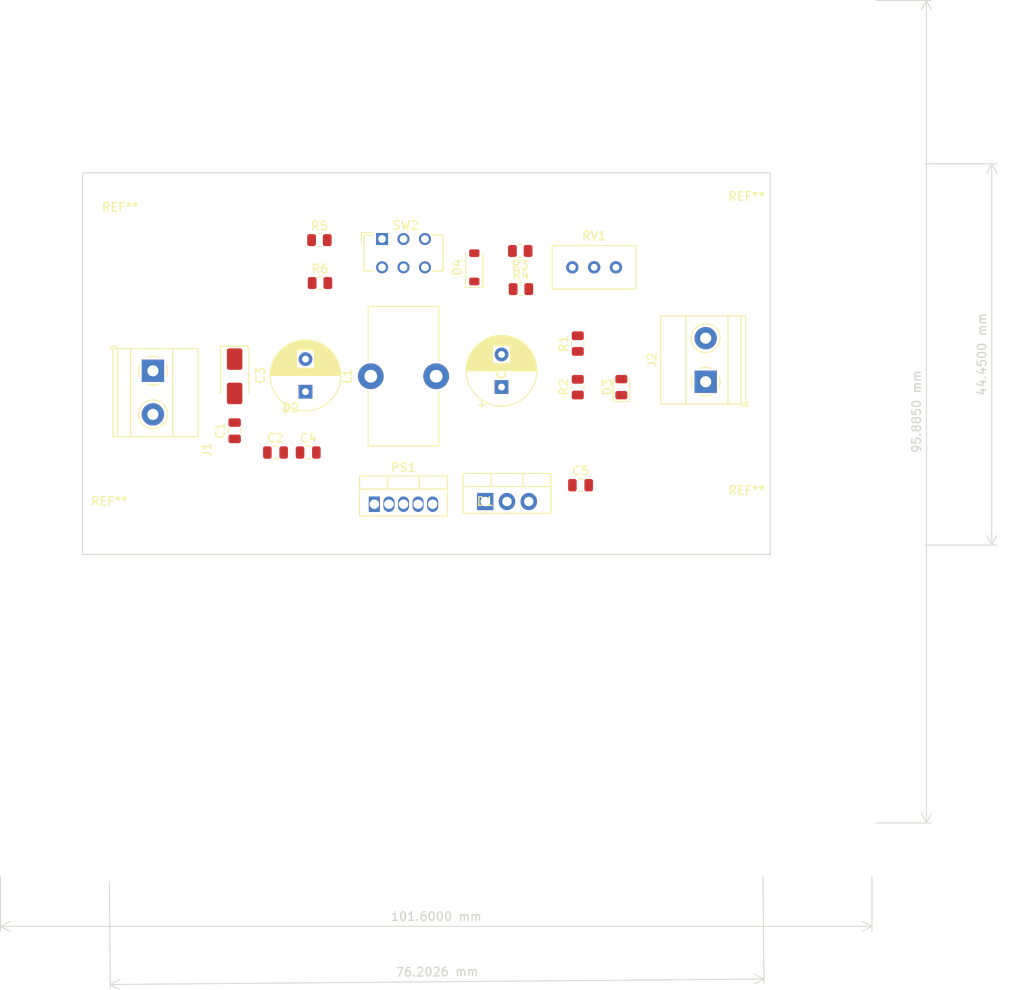
<source format=kicad_pcb>
(kicad_pcb (version 20241229) (generator "pcbnew") (generator_version "9.0")
  (layers (0 "F.Cu" signal) (2 "B.Cu" signal) (13 "F.Paste" user) (15 "B.Paste" user) (5 "F.SilkS" user "F.Silkscreen") (7 "B.SilkS" user "B.Silkscreen") (1 "F.Mask" user) (3 "B.Mask" user) (25 "Edge.Cuts" user))
  (net 0 "")
  (net 1 "Net-(D2-K)")
  (net 2 "GND")
  (net 3 "Net-(PS1-VC)")
  (net 4 "Net-(J2-Pin_1)")
  (net 5 "Net-(PS1-SW)")
  (net 6 "Net-(D3-A)")
  (net 7 "Net-(D4-K)")
  (net 8 "Net-(D4-A)")
  (net 9 "Net-(R3-Pad1)")
  (footprint "MountingHole:MountingHole_2.1mm" (layer "F.Cu") (at 166.37 52.705)
    (property "Reference" "REF**" (at 0 -3.2 0) (layer "F.SilkS"))
    (property "Value" "MountingHole_2.1mm")
    (pad "" np_thru_hole circle (at 0 0) (size 2.1 2.1) (drill 2.1) (layers "*.Cu" "*.Mask"))
  )
  (footprint "Package_TO_SOT_THT:TO-220-5_Vertical" (layer "F.Cu") (at 195.99 84.13)
    (property "Reference" "PS1" (at 3.4 -4.27 0) (layer "F.SilkS"))
    (property "Value" "XL4016")
    (fp_line (start -1.721 -3.27) (end -1.721 1.371) (stroke (width 0.12)) (layer "F.SilkS"))
    (fp_line (start -1.721 -3.27) (end 8.52 -3.27) (stroke (width 0.12)) (layer "F.SilkS"))
    (fp_line (start -1.721 -1.76) (end 8.52 -1.76) (stroke (width 0.12)) (layer "F.SilkS"))
    (fp_line (start -1.721 1.371) (end 8.52 1.371) (stroke (width 0.12)) (layer "F.SilkS"))
    (fp_line (start 1.55 -3.27) (end 1.55 -1.76) (stroke (width 0.12)) (layer "F.SilkS"))
    (fp_line (start 5.25 -3.27) (end 5.25 -1.76) (stroke (width 0.12)) (layer "F.SilkS"))
    (fp_line (start 8.52 -3.27) (end 8.52 1.371) (stroke (width 0.12)) (layer "F.SilkS"))
    (pad "1" thru_hole rect (at 0 0) (size 1.275 1.8) (drill 1.1) (layers "*.Cu" "*.Mask") (net 2 "GND"))
    (pad "2" thru_hole oval (at 1.7 0) (size 1.275 1.8) (drill 1.1) (layers "*.Cu" "*.Mask") (net 7 "Net-(D4-K)"))
    (pad "3" thru_hole oval (at 3.4 0) (size 1.275 1.8) (drill 1.1) (layers "*.Cu" "*.Mask") (net 5 "Net-(PS1-SW)"))
    (pad "4" thru_hole oval (at 5.1 0) (size 1.275 1.8) (drill 1.1) (layers "*.Cu" "*.Mask") (net 3 "Net-(PS1-VC)"))
    (pad "5" thru_hole oval (at 6.8 0) (size 1.275 1.8) (drill 1.1) (layers "*.Cu" "*.Mask") (net 1 "Net-(D2-K)"))
  )
  (footprint "Diode_SMD:D_SMA" (layer "F.Cu") (at 179.705 69.215 -90)
    (property "Reference" "D2" (at 3.665 -6.545 180) (layer "F.SilkS"))
    (property "Value" "1N5404")
    (fp_line (start -3.51 1.65) (end 2 1.65) (stroke (width 0.12)) (layer "F.SilkS"))
    (fp_line (start -3.51 -1.65) (end -3.51 1.65) (stroke (width 0.12)) (layer "F.SilkS"))
    (fp_line (start -3.51 -1.65) (end 2 -1.65) (stroke (width 0.12)) (layer "F.SilkS"))
    (pad "1" smd roundrect (at -2 0 270) (size 2.5 1.8) (layers "F.Cu" "F.Mask" "F.Paste") (roundrect_rratio 0.1388888889) (net 1 "Net-(D2-K)"))
    (pad "2" smd roundrect (at 2 0 270) (size 2.5 1.8) (layers "F.Cu" "F.Mask" "F.Paste") (roundrect_rratio 0.1388888889) (net 2 "GND"))
  )
  (footprint "MountingHole:MountingHole_2.1mm" (layer "F.Cu") (at 239.395 51.435)
    (property "Reference" "REF**" (at 0 -3.2 0) (layer "F.SilkS"))
    (property "Value" "MountingHole_2.1mm")
    (pad "" np_thru_hole circle (at 0 0) (size 2.1 2.1) (drill 2.1) (layers "*.Cu" "*.Mask"))
  )
  (footprint "TerminalBlock_Phoenix:TerminalBlock_Phoenix_MKDS-1,5-2-5.08_1x02_P5.08mm_Horizontal" (layer "F.Cu") (at 170.18 68.58 -90)
    (property "Reference" "J1" (at 9.2225 -6.26 90) (layer "F.SilkS"))
    (property "Value" "Screw_Terminal_01x02")
    (fp_line (start -2.84 4.9) (end -2.34 4.9) (stroke (width 0.12)) (layer "F.SilkS"))
    (fp_line (start -2.6 4.66) (end 7.68 4.66) (stroke (width 0.12)) (layer "F.SilkS"))
    (fp_line (start -2.84 4.16) (end -2.84 4.9) (stroke (width 0.12)) (layer "F.SilkS"))
    (fp_line (start -2.6 4.1) (end 7.68 4.1) (stroke (width 0.12)) (layer "F.SilkS"))
    (fp_line (start -2.6 2.6) (end 7.68 2.6) (stroke (width 0.12)) (layer "F.SilkS"))
    (fp_line (start 4.046 1.239) (end 4.011 1.274) (stroke (width 0.12)) (layer "F.SilkS"))
    (fp_line (start 3.853 1.023) (end 3.806 1.069) (stroke (width 0.12)) (layer "F.SilkS"))
    (fp_line (start 6.355 -1.069) (end 6.308 -1.023) (stroke (width 0.12)) (layer "F.SilkS"))
    (fp_line (start 6.15 -1.275) (end 6.115 -1.239) (stroke (width 0.12)) (layer "F.SilkS"))
    (fp_line (start -2.6 -2.301) (end 7.68 -2.301) (stroke (width 0.12)) (layer "F.SilkS"))
    (fp_line (start -2.6 -5.261) (end -2.6 4.66) (stroke (width 0.12)) (layer "F.SilkS"))
    (fp_line (start -2.6 -5.261) (end 7.68 -5.261) (stroke (width 0.12)) (layer "F.SilkS"))
    (fp_line (start 7.68 -5.261) (end 7.68 4.66) (stroke (width 0.12)) (layer "F.SilkS"))
    (fp_arc (start 0.028805 1.680253) (mid -0.335551 1.646659) (end -0.684 1.535) (stroke (width 0.12)) (layer "F.SilkS"))
    (fp_arc (start 0.683318 1.534756) (mid 0.349292 1.643288) (end 0 1.68) (stroke (width 0.12)) (layer "F.SilkS"))
    (fp_arc (start -1.535427 0.683042) (mid -1.680501 -0.000524) (end -1.535 -0.684) (stroke (width 0.12)) (layer "F.SilkS"))
    (fp_arc (start 1.535427 -0.683042) (mid 1.680501 0.000524) (end 1.535 0.684) (stroke (width 0.12)) (layer "F.SilkS"))
    (fp_arc (start -0.683042 -1.535427) (mid 0.000524 -1.680501) (end 0.684 -1.535) (stroke (width 0.12)) (layer "F.SilkS"))
    (fp_circle (center 5.08 0) (end 6.76 0) (stroke (width 0.12)) (fill no) (layer "F.SilkS"))
    (pad "1" thru_hole rect (at 0 0 270) (size 2.6 2.6) (drill 1.3) (layers "*.Cu" "*.Mask") (net 1 "Net-(D2-K)"))
    (pad "2" thru_hole circle (at 5.08 0 270) (size 2.6 2.6) (drill 1.3) (layers "*.Cu" "*.Mask") (net 2 "GND"))
  )
  (footprint "Resistor_SMD:R_0805_2012Metric" (layer "F.Cu") (at 189.655 58.345)
    (property "Reference" "R6" (at 0 -1.65 0) (layer "F.SilkS"))
    (property "Value" "20K")
    (fp_line (start -0.227064 -0.735) (end 0.227064 -0.735) (stroke (width 0.12)) (layer "F.SilkS"))
    (fp_line (start -0.227064 0.735) (end 0.227064 0.735) (stroke (width 0.12)) (layer "F.SilkS"))
    (pad "1" smd roundrect (at -0.9125 0) (size 1.025 1.4) (layers "F.Cu" "F.Mask" "F.Paste") (roundrect_rratio 0.243902) (net 8 "Net-(D4-A)"))
    (pad "2" smd roundrect (at 0.9125 0) (size 1.025 1.4) (layers "F.Cu" "F.Mask" "F.Paste") (roundrect_rratio 0.243902) (net 2 "GND"))
  )
  (footprint "Capacitor_SMD:C_0805_2012Metric" (layer "F.Cu") (at 179.705 75.565 90)
    (property "Reference" "C1" (at 0 -1.68 90) (layer "F.SilkS"))
    (property "Value" "1uF")
    (fp_line (start -0.261252 -0.735) (end 0.261252 -0.735) (stroke (width 0.12)) (layer "F.SilkS"))
    (fp_line (start -0.261252 0.735) (end 0.261252 0.735) (stroke (width 0.12)) (layer "F.SilkS"))
    (pad "1" smd roundrect (at -0.95 0 90) (size 1 1.45) (layers "F.Cu" "F.Mask" "F.Paste") (net 1 "Net-(D2-K)"))
    (pad "2" smd roundrect (at 0.95 0 90) (size 1 1.45) (layers "F.Cu" "F.Mask" "F.Paste") (net 2 "GND"))
  )
  (footprint "Button_Switch_THT:SW_CuK_JS202011CQN_DPDT_Straight" (layer "F.Cu") (at 196.89 53.215)
    (property "Reference" "SW2" (at 2.75 -1.6 0) (layer "F.SilkS"))
    (property "Value" "SW_DPDT")
    (fp_line (start -2.4 -0.75) (end -2.4 0.45) (stroke (width 0.12)) (layer "F.SilkS"))
    (fp_line (start -2.1 -0.45) (end -2.1 3.75) (stroke (width 0.12)) (layer "F.SilkS"))
    (fp_line (start -2.1 3.75) (end -0.9 3.75) (stroke (width 0.12)) (layer "F.SilkS"))
    (fp_line (start -1.2 -0.75) (end -2.4 -0.75) (stroke (width 0.12)) (layer "F.SilkS"))
    (fp_line (start -0.9 -0.45) (end -2.1 -0.45) (stroke (width 0.12)) (layer "F.SilkS"))
    (fp_line (start 5.9 -0.45) (end 7.1 -0.45) (stroke (width 0.12)) (layer "F.SilkS"))
    (fp_line (start 7.1 -0.45) (end 7.1 3.75) (stroke (width 0.12)) (layer "F.SilkS"))
    (fp_line (start 7.1 3.75) (end 5.9 3.75) (stroke (width 0.12)) (layer "F.SilkS"))
    (pad "1" thru_hole rect (at 0 0) (size 1.4 1.4) (drill 0.9) (layers "*.Cu" "*.Mask"))
    (pad "2" thru_hole circle (at 2.5 0) (size 1.4 1.4) (drill 0.9) (layers "*.Cu" "*.Mask") (net 8 "Net-(D4-A)"))
    (pad "3" thru_hole circle (at 5 0) (size 1.4 1.4) (drill 0.9) (layers "*.Cu" "*.Mask") (net 2 "GND"))
    (pad "4" thru_hole circle (at 0 3.3) (size 1.4 1.4) (drill 0.9) (layers "*.Cu" "*.Mask"))
    (pad "5" thru_hole circle (at 2.5 3.3) (size 1.4 1.4) (drill 0.9) (layers "*.Cu" "*.Mask"))
    (pad "6" thru_hole circle (at 5 3.3) (size 1.4 1.4) (drill 0.9) (layers "*.Cu" "*.Mask"))
  )
  (footprint "LED_SMD:LED_0805_2012Metric" (layer "F.Cu") (at 224.79 70.485 90)
    (property "Reference" "D3" (at 0 -1.65 90) (layer "F.SilkS"))
    (property "Value" "LED")
    (fp_line (start 1 -0.96) (end -1.685 -0.96) (stroke (width 0.12)) (layer "F.SilkS"))
    (fp_line (start -1.685 -0.96) (end -1.685 0.96) (stroke (width 0.12)) (layer "F.SilkS"))
    (fp_line (start -1.685 0.96) (end 1 0.96) (stroke (width 0.12)) (layer "F.SilkS"))
    (pad "1" smd roundrect (at -0.9375 0 90) (size 0.975 1.4) (layers "F.Cu" "F.Mask" "F.Paste") (net 2 "GND"))
    (pad "2" smd roundrect (at 0.9375 0 90) (size 0.975 1.4) (layers "F.Cu" "F.Mask" "F.Paste") (net 6 "Net-(D3-A)"))
  )
  (footprint "Capacitor_THT:CP_Radial_D8.0mm_P3.80mm" (layer "F.Cu") (at 210.82 70.475 90)
    (property "Reference" "C6" (at 1.9 0 90) (layer "F.SilkS"))
    (property "Value" "470uF/50V")
    (fp_line (start 1.98 -4.08) (end 1.98 4.08) (stroke (width 0.12)) (layer "F.SilkS"))
    (fp_line (start 1.94 -4.08) (end 1.94 4.08) (stroke (width 0.12)) (layer "F.SilkS"))
    (fp_line (start 1.9 -4.08) (end 1.9 4.08) (stroke (width 0.12)) (layer "F.SilkS"))
    (fp_line (start 2.02 -4.079) (end 2.02 4.079) (stroke (width 0.12)) (layer "F.SilkS"))
    (fp_line (start 2.06 -4.077) (end 2.06 4.077) (stroke (width 0.12)) (layer "F.SilkS"))
    (fp_line (start 2.1 -4.076) (end 2.1 4.076) (stroke (width 0.12)) (layer "F.SilkS"))
    (fp_line (start 2.14 -4.074) (end 2.14 4.074) (stroke (width 0.12)) (layer "F.SilkS"))
    (fp_line (start 2.18 -4.071) (end 2.18 4.071) (stroke (width 0.12)) (layer "F.SilkS"))
    (fp_line (start 2.22 -4.068) (end 2.22 4.068) (stroke (width 0.12)) (layer "F.SilkS"))
    (fp_line (start 2.26 -4.065) (end 2.26 4.065) (stroke (width 0.12)) (layer "F.SilkS"))
    (fp_line (start 2.3 -4.061) (end 2.3 4.061) (stroke (width 0.12)) (layer "F.SilkS"))
    (fp_line (start 2.34 -4.057) (end 2.34 4.057) (stroke (width 0.12)) (layer "F.SilkS"))
    (fp_line (start 2.38 -4.052) (end 2.38 4.052) (stroke (width 0.12)) (layer "F.SilkS"))
    (fp_line (start 2.42 -4.048) (end 2.42 4.048) (stroke (width 0.12)) (layer "F.SilkS"))
    (fp_line (start 2.46 -4.042) (end 2.46 4.042) (stroke (width 0.12)) (layer "F.SilkS"))
    (fp_line (start 2.5 -4.037) (end 2.5 4.037) (stroke (width 0.12)) (layer "F.SilkS"))
    (fp_line (start 2.54 -4.03) (end 2.54 4.03) (stroke (width 0.12)) (layer "F.SilkS"))
    (fp_line (start 2.58 -4.024) (end 2.58 4.024) (stroke (width 0.12)) (layer "F.SilkS"))
    (fp_line (start 2.621 -4.017) (end 2.621 4.017) (stroke (width 0.12)) (layer "F.SilkS"))
    (fp_line (start 2.661 -4.01) (end 2.661 4.01) (stroke (width 0.12)) (layer "F.SilkS"))
    (fp_line (start 2.701 -4.002) (end 2.701 4.002) (stroke (width 0.12)) (layer "F.SilkS"))
    (fp_line (start 2.741 -3.994) (end 2.741 3.994) (stroke (width 0.12)) (layer "F.SilkS"))
    (fp_line (start 2.781 -3.985) (end 2.781 -1.04) (stroke (width 0.12)) (layer "F.SilkS"))
    (fp_line (start 2.821 -3.976) (end 2.821 -1.04) (stroke (width 0.12)) (layer "F.SilkS"))
    (fp_line (start 2.861 -3.967) (end 2.861 -1.04) (stroke (width 0.12)) (layer "F.SilkS"))
    (fp_line (start 2.901 -3.957) (end 2.901 -1.04) (stroke (width 0.12)) (layer "F.SilkS"))
    (fp_line (start 2.941 -3.947) (end 2.941 -1.04) (stroke (width 0.12)) (layer "F.SilkS"))
    (fp_line (start 2.981 -3.936) (end 2.981 -1.04) (stroke (width 0.12)) (layer "F.SilkS"))
    (fp_line (start 3.021 -3.925) (end 3.021 -1.04) (stroke (width 0.12)) (layer "F.SilkS"))
    (fp_line (start 3.061 -3.914) (end 3.061 -1.04) (stroke (width 0.12)) (layer "F.SilkS"))
    (fp_line (start 3.101 -3.902) (end 3.101 -1.04) (stroke (width 0.12)) (layer "F.SilkS"))
    (fp_line (start 3.141 -3.889) (end 3.141 -1.04) (stroke (width 0.12)) (layer "F.SilkS"))
    (fp_line (start 3.181 -3.877) (end 3.181 -1.04) (stroke (width 0.12)) (layer "F.SilkS"))
    (fp_line (start 3.221 -3.863) (end 3.221 -1.04) (stroke (width 0.12)) (layer "F.SilkS"))
    (fp_line (start 3.261 -3.85) (end 3.261 -1.04) (stroke (width 0.12)) (layer "F.SilkS"))
    (fp_line (start 3.301 -3.835) (end 3.301 -1.04) (stroke (width 0.12)) (layer "F.SilkS"))
    (fp_line (start 3.341 -3.821) (end 3.341 -1.04) (stroke (width 0.12)) (layer "F.SilkS"))
    (fp_line (start 3.381 -3.805) (end 3.381 -1.04) (stroke (width 0.12)) (layer "F.SilkS"))
    (fp_line (start 3.421 -3.79) (end 3.421 -1.04) (stroke (width 0.12)) (layer "F.SilkS"))
    (fp_line (start 3.461 -3.774) (end 3.461 -1.04) (stroke (width 0.12)) (layer "F.SilkS"))
    (fp_line (start 3.501 -3.757) (end 3.501 -1.04) (stroke (width 0.12)) (layer "F.SilkS"))
    (fp_line (start 3.541 -3.74) (end 3.541 -1.04) (stroke (width 0.12)) (layer "F.SilkS"))
    (fp_line (start 3.581 -3.722) (end 3.581 -1.04) (stroke (width 0.12)) (layer "F.SilkS"))
    (fp_line (start 3.621 -3.704) (end 3.621 -1.04) (stroke (width 0.12)) (layer "F.SilkS"))
    (fp_line (start 3.661 -3.686) (end 3.661 -1.04) (stroke (width 0.12)) (layer "F.SilkS"))
    (fp_line (start 3.701 -3.666) (end 3.701 -1.04) (stroke (width 0.12)) (layer "F.SilkS"))
    (fp_line (start 3.741 -3.647) (end 3.741 -1.04) (stroke (width 0.12)) (layer "F.SilkS"))
    (fp_line (start 3.781 -3.627) (end 3.781 -1.04) (stroke (width 0.12)) (layer "F.SilkS"))
    (fp_line (start 3.821 -3.606) (end 3.821 -1.04) (stroke (width 0.12)) (layer "F.SilkS"))
    (fp_line (start 3.861 -3.584) (end 3.861 -1.04) (stroke (width 0.12)) (layer "F.SilkS"))
    (fp_line (start 3.901 -3.562) (end 3.901 -1.04) (stroke (width 0.12)) (layer "F.SilkS"))
    (fp_line (start 3.941 -3.54) (end 3.941 -1.04) (stroke (width 0.12)) (layer "F.SilkS"))
    (fp_line (start 3.981 -3.517) (end 3.981 -1.04) (stroke (width 0.12)) (layer "F.SilkS"))
    (fp_line (start 4.021 -3.493) (end 4.021 -1.04) (stroke (width 0.12)) (layer "F.SilkS"))
    (fp_line (start 4.061 -3.469) (end 4.061 -1.04) (stroke (width 0.12)) (layer "F.SilkS"))
    (fp_line (start 4.101 -3.444) (end 4.101 -1.04) (stroke (width 0.12)) (layer "F.SilkS"))
    (fp_line (start 4.141 -3.418) (end 4.141 -1.04) (stroke (width 0.12)) (layer "F.SilkS"))
    (fp_line (start 4.181 -3.392) (end 4.181 -1.04) (stroke (width 0.12)) (layer "F.SilkS"))
    (fp_line (start 4.221 -3.365) (end 4.221 -1.04) (stroke (width 0.12)) (layer "F.SilkS"))
    (fp_line (start 4.261 -3.338) (end 4.261 -1.04) (stroke (width 0.12)) (layer "F.SilkS"))
    (fp_line (start 4.301 -3.309) (end 4.301 -1.04) (stroke (width 0.12)) (layer "F.SilkS"))
    (fp_line (start 4.341 -3.28) (end 4.341 -1.04) (stroke (width 0.12)) (layer "F.SilkS"))
    (fp_line (start 4.381 -3.25) (end 4.381 -1.04) (stroke (width 0.12)) (layer "F.SilkS"))
    (fp_line (start 4.421 -3.22) (end 4.421 -1.04) (stroke (width 0.12)) (layer "F.SilkS"))
    (fp_line (start 4.461 -3.189) (end 4.461 -1.04) (stroke (width 0.12)) (layer "F.SilkS"))
    (fp_line (start 4.501 -3.156) (end 4.501 -1.04) (stroke (width 0.12)) (layer "F.SilkS"))
    (fp_line (start 4.541 -3.124) (end 4.541 -1.04) (stroke (width 0.12)) (layer "F.SilkS"))
    (fp_line (start 4.581 -3.09) (end 4.581 -1.04) (stroke (width 0.12)) (layer "F.SilkS"))
    (fp_line (start 4.621 -3.055) (end 4.621 -1.04) (stroke (width 0.12)) (layer "F.SilkS"))
    (fp_line (start 4.661 -3.019) (end 4.661 -1.04) (stroke (width 0.12)) (layer "F.SilkS"))
    (fp_line (start 4.701 -2.983) (end 4.701 -1.04) (stroke (width 0.12)) (layer "F.SilkS"))
    (fp_line (start 4.741 -2.945) (end 4.741 -1.04) (stroke (width 0.12)) (layer "F.SilkS"))
    (fp_line (start 4.781 -2.907) (end 4.781 -1.04) (stroke (width 0.12)) (layer "F.SilkS"))
    (fp_line (start 4.821 -2.867) (end 4.821 -1.04) (stroke (width 0.12)) (layer "F.SilkS"))
    (fp_line (start 4.861 -2.826) (end 4.861 2.826) (stroke (width 0.12)) (layer "F.SilkS"))
    (fp_line (start 4.901 -2.784) (end 4.901 2.784) (stroke (width 0.12)) (layer "F.SilkS"))
    (fp_line (start 4.941 -2.741) (end 4.941 2.741) (stroke (width 0.12)) (layer "F.SilkS"))
    (fp_line (start -2.109698 -2.715) (end -2.109698 -1.915) (stroke (width 0.12)) (layer "F.SilkS"))
    (fp_line (start 4.981 -2.697) (end 4.981 2.697) (stroke (width 0.12)) (layer "F.SilkS"))
    (fp_line (start 5.021 -2.651) (end 5.021 2.651) (stroke (width 0.12)) (layer "F.SilkS"))
    (fp_line (start 5.061 -2.604) (end 5.061 2.604) (stroke (width 0.12)) (layer "F.SilkS"))
    (fp_line (start 5.101 -2.556) (end 5.101 2.556) (stroke (width 0.12)) (layer "F.SilkS"))
    (fp_line (start 5.141 -2.505) (end 5.141 2.505) (stroke (width 0.12)) (layer "F.SilkS"))
    (fp_line (start 5.181 -2.454) (end 5.181 2.454) (stroke (width 0.12)) (layer "F.SilkS"))
    (fp_line (start 5.221 -2.4) (end 5.221 2.4) (stroke (width 0.12)) (layer "F.SilkS"))
    (fp_line (start 5.261 -2.345) (end 5.261 2.345) (stroke (width 0.12)) (layer "F.SilkS"))
    (fp_line (start -2.509698 -2.315) (end -1.709698 -2.315) (stroke (width 0.12)) (layer "F.SilkS"))
    (fp_line (start 5.301 -2.287) (end 5.301 2.287) (stroke (width 0.12)) (layer "F.SilkS"))
    (fp_line (start 5.341 -2.228) (end 5.341 2.228) (stroke (width 0.12)) (layer "F.SilkS"))
    (fp_line (start 5.381 -2.166) (end 5.381 2.166) (stroke (width 0.12)) (layer "F.SilkS"))
    (fp_line (start 5.421 -2.102) (end 5.421 2.102) (stroke (width 0.12)) (layer "F.SilkS"))
    (fp_line (start 5.461 -2.034) (end 5.461 2.034) (stroke (width 0.12)) (layer "F.SilkS"))
    (fp_line (start 5.501 -1.964) (end 5.501 1.964) (stroke (width 0.12)) (layer "F.SilkS"))
    (fp_line (start 5.541 -1.89) (end 5.541 1.89) (stroke (width 0.12)) (layer "F.SilkS"))
    (fp_line (start 5.581 -1.813) (end 5.581 1.813) (stroke (width 0.12)) (layer "F.SilkS"))
    (fp_line (start 5.621 -1.731) (end 5.621 1.731) (stroke (width 0.12)) (layer "F.SilkS"))
    (fp_line (start 5.661 -1.645) (end 5.661 1.645) (stroke (width 0.12)) (layer "F.SilkS"))
    (fp_line (start 5.701 -1.552) (end 5.701 1.552) (stroke (width 0.12)) (layer "F.SilkS"))
    (fp_line (start 5.741 -1.453) (end 5.741 1.453) (stroke (width 0.12)) (layer "F.SilkS"))
    (fp_line (start 5.781 -1.346) (end 5.781 1.346) (stroke (width 0.12)) (layer "F.SilkS"))
    (fp_line (start 5.821 -1.229) (end 5.821 1.229) (stroke (width 0.12)) (layer "F.SilkS"))
    (fp_line (start 5.861 -1.098) (end 5.861 1.098) (stroke (width 0.12)) (layer "F.SilkS"))
    (fp_line (start 5.901 -0.948) (end 5.901 0.948) (stroke (width 0.12)) (layer "F.SilkS"))
    (fp_line (start 5.941 -0.768) (end 5.941 0.768) (stroke (width 0.12)) (layer "F.SilkS"))
    (fp_line (start 5.981 -0.533) (end 5.981 0.533) (stroke (width 0.12)) (layer "F.SilkS"))
    (fp_line (start 4.821 1.04) (end 4.821 2.867) (stroke (width 0.12)) (layer "F.SilkS"))
    (fp_line (start 4.781 1.04) (end 4.781 2.907) (stroke (width 0.12)) (layer "F.SilkS"))
    (fp_line (start 4.741 1.04) (end 4.741 2.945) (stroke (width 0.12)) (layer "F.SilkS"))
    (fp_line (start 4.701 1.04) (end 4.701 2.983) (stroke (width 0.12)) (layer "F.SilkS"))
    (fp_line (start 4.661 1.04) (end 4.661 3.019) (stroke (width 0.12)) (layer "F.SilkS"))
    (fp_line (start 4.621 1.04) (end 4.621 3.055) (stroke (width 0.12)) (layer "F.SilkS"))
    (fp_line (start 4.581 1.04) (end 4.581 3.09) (stroke (width 0.12)) (layer "F.SilkS"))
    (fp_line (start 4.541 1.04) (end 4.541 3.124) (stroke (width 0.12)) (layer "F.SilkS"))
    (fp_line (start 4.501 1.04) (end 4.501 3.156) (stroke (width 0.12)) (layer "F.SilkS"))
    (fp_line (start 4.461 1.04) (end 4.461 3.189) (stroke (width 0.12)) (layer "F.SilkS"))
    (fp_line (start 4.421 1.04) (end 4.421 3.22) (stroke (width 0.12)) (layer "F.SilkS"))
    (fp_line (start 4.381 1.04) (end 4.381 3.25) (stroke (width 0.12)) (layer "F.SilkS"))
    (fp_line (start 4.341 1.04) (end 4.341 3.28) (stroke (width 0.12)) (layer "F.SilkS"))
    (fp_line (start 4.301 1.04) (end 4.301 3.309) (stroke (width 0.12)) (layer "F.SilkS"))
    (fp_line (start 4.261 1.04) (end 4.261 3.338) (stroke (width 0.12)) (layer "F.SilkS"))
    (fp_line (start 4.221 1.04) (end 4.221 3.365) (stroke (width 0.12)) (layer "F.SilkS"))
    (fp_line (start 4.181 1.04) (end 4.181 3.392) (stroke (width 0.12)) (layer "F.SilkS"))
    (fp_line (start 4.141 1.04) (end 4.141 3.418) (stroke (width 0.12)) (layer "F.SilkS"))
    (fp_line (start 4.101 1.04) (end 4.101 3.444) (stroke (width 0.12)) (layer "F.SilkS"))
    (fp_line (start 4.061 1.04) (end 4.061 3.469) (stroke (width 0.12)) (layer "F.SilkS"))
    (fp_line (start 4.021 1.04) (end 4.021 3.493) (stroke (width 0.12)) (layer "F.SilkS"))
    (fp_line (start 3.981 1.04) (end 3.981 3.517) (stroke (width 0.12)) (layer "F.SilkS"))
    (fp_line (start 3.941 1.04) (end 3.941 3.54) (stroke (width 0.12)) (layer "F.SilkS"))
    (fp_line (start 3.901 1.04) (end 3.901 3.562) (stroke (width 0.12)) (layer "F.SilkS"))
    (fp_line (start 3.861 1.04) (end 3.861 3.584) (stroke (width 0.12)) (layer "F.SilkS"))
    (fp_line (start 3.821 1.04) (end 3.821 3.606) (stroke (width 0.12)) (layer "F.SilkS"))
    (fp_line (start 3.781 1.04) (end 3.781 3.627) (stroke (width 0.12)) (layer "F.SilkS"))
    (fp_line (start 3.741 1.04) (end 3.741 3.647) (stroke (width 0.12)) (layer "F.SilkS"))
    (fp_line (start 3.701 1.04) (end 3.701 3.666) (stroke (width 0.12)) (layer "F.SilkS"))
    (fp_line (start 3.661 1.04) (end 3.661 3.686) (stroke (width 0.12)) (layer "F.SilkS"))
    (fp_line (start 3.621 1.04) (end 3.621 3.704) (stroke (width 0.12)) (layer "F.SilkS"))
    (fp_line (start 3.581 1.04) (end 3.581 3.722) (stroke (width 0.12)) (layer "F.SilkS"))
    (fp_line (start 3.541 1.04) (end 3.541 3.74) (stroke (width 0.12)) (layer "F.SilkS"))
    (fp_line (start 3.501 1.04) (end 3.501 3.757) (stroke (width 0.12)) (layer "F.SilkS"))
    (fp_line (start 3.461 1.04) (end 3.461 3.774) (stroke (width 0.12)) (layer "F.SilkS"))
    (fp_line (start 3.421 1.04) (end 3.421 3.79) (stroke (width 0.12)) (layer "F.SilkS"))
    (fp_line (start 3.381 1.04) (end 3.381 3.805) (stroke (width 0.12)) (layer "F.SilkS"))
    (fp_line (start 3.341 1.04) (end 3.341 3.821) (stroke (width 0.12)) (layer "F.SilkS"))
    (fp_line (start 3.301 1.04) (end 3.301 3.835) (stroke (width 0.12)) (layer "F.SilkS"))
    (fp_line (start 3.261 1.04) (end 3.261 3.85) (stroke (width 0.12)) (layer "F.SilkS"))
    (fp_line (start 3.221 1.04) (end 3.221 3.863) (stroke (width 0.12)) (layer "F.SilkS"))
    (fp_line (start 3.181 1.04) (end 3.181 3.877) (stroke (width 0.12)) (layer "F.SilkS"))
    (fp_line (start 3.141 1.04) (end 3.141 3.889) (stroke (width 0.12)) (layer "F.SilkS"))
    (fp_line (start 3.101 1.04) (end 3.101 3.902) (stroke (width 0.12)) (layer "F.SilkS"))
    (fp_line (start 3.061 1.04) (end 3.061 3.914) (stroke (width 0.12)) (layer "F.SilkS"))
    (fp_line (start 3.021 1.04) (end 3.021 3.925) (stroke (width 0.12)) (layer "F.SilkS"))
    (fp_line (start 2.981 1.04) (end 2.981 3.936) (stroke (width 0.12)) (layer "F.SilkS"))
    (fp_line (start 2.941 1.04) (end 2.941 3.947) (stroke (width 0.12)) (layer "F.SilkS"))
    (fp_line (start 2.901 1.04) (end 2.901 3.957) (stroke (width 0.12)) (layer "F.SilkS"))
    (fp_line (start 2.861 1.04) (end 2.861 3.967) (stroke (width 0.12)) (layer "F.SilkS"))
    (fp_line (start 2.821 1.04) (end 2.821 3.976) (stroke (width 0.12)) (layer "F.SilkS"))
    (fp_line (start 2.781 1.04) (end 2.781 3.985) (stroke (width 0.12)) (layer "F.SilkS"))
    (fp_circle (center 1.9 0) (end 6.02 0) (stroke (width 0.12)) (fill no) (layer "F.SilkS"))
    (pad "1" thru_hole rect (at 0 0 90) (size 1.6 1.6) (drill 0.8) (layers "*.Cu" "*.Mask") (net 4 "Net-(J2-Pin_1)"))
    (pad "2" thru_hole circle (at 3.8 0 90) (size 1.6 1.6) (drill 0.8) (layers "*.Cu" "*.Mask") (net 2 "GND"))
  )
  (footprint "Inductor_THT:L_Toroid_Vertical_L16.0mm_W8.0mm_P7.62mm" (layer "F.Cu") (at 195.58 69.215 90)
    (property "Reference" "L1" (at 0 -2.75 90) (layer "F.SilkS"))
    (property "Value" "47uH")
    (fp_line (start 8.12 -0.31) (end 8.12 7.93) (stroke (width 0.12)) (layer "F.SilkS"))
    (fp_line (start 1.742 -0.31) (end 8.12 -0.31) (stroke (width 0.12)) (layer "F.SilkS"))
    (fp_line (start -8.12 -0.31) (end -1.742 -0.31) (stroke (width 0.12)) (layer "F.SilkS"))
    (fp_line (start -8.12 -0.31) (end -8.12 7.93) (stroke (width 0.12)) (layer "F.SilkS"))
    (fp_line (start 1.742 7.93) (end 8.12 7.93) (stroke (width 0.12)) (layer "F.SilkS"))
    (fp_line (start -8.12 7.93) (end -1.742 7.93) (stroke (width 0.12)) (layer "F.SilkS"))
    (pad "1" thru_hole circle (at 0 0 90) (size 3 3) (drill 1.5) (layers "*.Cu" "*.Mask") (net 5 "Net-(PS1-SW)"))
    (pad "2" thru_hole circle (at 0 7.62 90) (size 3 3) (drill 1.5) (layers "*.Cu" "*.Mask") (net 4 "Net-(J2-Pin_1)"))
  )
  (footprint "Capacitor_SMD:C_0805_2012Metric" (layer "F.Cu") (at 184.47 78.105)
    (property "Reference" "C2" (at 0 -1.68 0) (layer "F.SilkS"))
    (property "Value" "1uF")
    (fp_line (start -0.261252 -0.735) (end 0.261252 -0.735) (stroke (width 0.12)) (layer "F.SilkS"))
    (fp_line (start -0.261252 0.735) (end 0.261252 0.735) (stroke (width 0.12)) (layer "F.SilkS"))
    (pad "1" smd roundrect (at -0.95 0) (size 1 1.45) (layers "F.Cu" "F.Mask" "F.Paste") (net 1 "Net-(D2-K)"))
    (pad "2" smd roundrect (at 0.95 0) (size 1 1.45) (layers "F.Cu" "F.Mask" "F.Paste") (net 2 "GND"))
  )
  (footprint "Resistor_SMD:R_0805_2012Metric" (layer "F.Cu") (at 213.0025 54.61 180)
    (property "Reference" "R3" (at 0 -1.65 0) (layer "F.SilkS"))
    (property "Value" "1.8K")
    (fp_line (start -0.227064 0.735) (end 0.227064 0.735) (stroke (width 0.12)) (layer "F.SilkS"))
    (fp_line (start -0.227064 -0.735) (end 0.227064 -0.735) (stroke (width 0.12)) (layer "F.SilkS"))
    (pad "1" smd roundrect (at -0.9125 0 180) (size 1.025 1.4) (layers "F.Cu" "F.Mask" "F.Paste") (roundrect_rratio 0.243902) (net 9 "Net-(R3-Pad1)"))
    (pad "2" smd roundrect (at 0.9125 0 180) (size 1.025 1.4) (layers "F.Cu" "F.Mask" "F.Paste") (roundrect_rratio 0.243902) (net 2 "GND"))
  )
  (footprint "Package_TO_SOT_THT:TO-220-3_Vertical" (layer "F.Cu") (at 208.915 83.82)
    (property "Reference" "D1" (at 0 0 180) (layer "F.SilkS"))
    (property "Value" "MBR20100CT")
    (fp_line (start -2.58 -3.27) (end -2.58 1.371) (stroke (width 0.12)) (layer "F.SilkS"))
    (fp_line (start -2.58 -3.27) (end 7.66 -3.27) (stroke (width 0.12)) (layer "F.SilkS"))
    (fp_line (start -2.58 -1.76) (end 7.66 -1.76) (stroke (width 0.12)) (layer "F.SilkS"))
    (fp_line (start -2.58 1.371) (end 7.66 1.371) (stroke (width 0.12)) (layer "F.SilkS"))
    (fp_line (start 0.69 -3.27) (end 0.69 -1.76) (stroke (width 0.12)) (layer "F.SilkS"))
    (fp_line (start 4.391 -3.27) (end 4.391 -1.76) (stroke (width 0.12)) (layer "F.SilkS"))
    (fp_line (start 7.66 -3.27) (end 7.66 1.371) (stroke (width 0.12)) (layer "F.SilkS"))
    (pad "1" thru_hole rect (at 0 0) (size 1.905 2) (drill 1.1) (layers "*.Cu" "*.Mask") (net 2 "GND"))
    (pad "2" thru_hole oval (at 2.54 0) (size 1.905 2) (drill 1.1) (layers "*.Cu" "*.Mask") (net 5 "Net-(PS1-SW)"))
    (pad "3" thru_hole oval (at 5.08 0) (size 1.905 2) (drill 1.1) (layers "*.Cu" "*.Mask") (net 2 "GND"))
  )
  (footprint "MountingHole:MountingHole_2.1mm" (layer "F.Cu") (at 165.1 86.995)
    (property "Reference" "REF**" (at 0 -3.2 0) (layer "F.SilkS"))
    (property "Value" "MountingHole_2.1mm")
    (pad "" np_thru_hole circle (at 0 0) (size 2.1 2.1) (drill 2.1) (layers "*.Cu" "*.Mask"))
  )
  (footprint "Diode_SMD:D_SOD-123" (layer "F.Cu") (at 207.645 56.515 90)
    (property "Reference" "D4" (at 0 -2 90) (layer "F.SilkS"))
    (property "Value" "1N4148")
    (fp_line (start -2.36 -1) (end 1.65 -1) (stroke (width 0.12)) (layer "F.SilkS"))
    (fp_line (start -2.36 -1) (end -2.36 1) (stroke (width 0.12)) (layer "F.SilkS"))
    (fp_line (start -2.36 1) (end 1.65 1) (stroke (width 0.12)) (layer "F.SilkS"))
    (pad "1" smd roundrect (at -1.65 0 90) (size 0.9 1.2) (layers "F.Cu" "F.Mask" "F.Paste") (net 7 "Net-(D4-K)"))
    (pad "2" smd roundrect (at 1.65 0 90) (size 0.9 1.2) (layers "F.Cu" "F.Mask" "F.Paste") (net 8 "Net-(D4-A)"))
  )
  (footprint "Resistor_SMD:R_0805_2012Metric" (layer "F.Cu") (at 219.71 65.405 90)
    (property "Reference" "R1" (at 0 -1.65 90) (layer "F.SilkS"))
    (property "Value" "20K")
    (fp_line (start -0.227064 -0.735) (end 0.227064 -0.735) (stroke (width 0.12)) (layer "F.SilkS"))
    (fp_line (start -0.227064 0.735) (end 0.227064 0.735) (stroke (width 0.12)) (layer "F.SilkS"))
    (pad "1" smd roundrect (at -0.9125 0 90) (size 1.025 1.4) (layers "F.Cu" "F.Mask" "F.Paste") (roundrect_rratio 0.243902) (net 4 "Net-(J2-Pin_1)"))
    (pad "2" smd roundrect (at 0.9125 0 90) (size 1.025 1.4) (layers "F.Cu" "F.Mask" "F.Paste") (roundrect_rratio 0.243902) (net 6 "Net-(D3-A)"))
  )
  (footprint "Potentiometer_THT:Potentiometer_Bourns_3296W_Vertical" (layer "F.Cu") (at 224.155 56.515)
    (property "Reference" "RV1" (at -2.54 -3.66 0) (layer "F.SilkS"))
    (property "Value" "50K")
    (fp_line (start -7.425 -2.53) (end -7.425 2.54) (stroke (width 0.12)) (layer "F.SilkS"))
    (fp_line (start -7.425 -2.53) (end 2.345 -2.53) (stroke (width 0.12)) (layer "F.SilkS"))
    (fp_line (start -7.425 2.54) (end 2.345 2.54) (stroke (width 0.12)) (layer "F.SilkS"))
    (fp_line (start 2.345 -2.53) (end 2.345 2.54) (stroke (width 0.12)) (layer "F.SilkS"))
    (pad "1" thru_hole circle (at 0 0) (size 1.44 1.44) (drill 0.8) (layers "*.Cu" "*.Mask") (net 4 "Net-(J2-Pin_1)"))
    (pad "2" thru_hole circle (at -2.54 0) (size 1.44 1.44) (drill 0.8) (layers "*.Cu" "*.Mask") (net 9 "Net-(R3-Pad1)"))
    (pad "3" thru_hole circle (at -5.08 0) (size 1.44 1.44) (drill 0.8) (layers "*.Cu" "*.Mask") (net 9 "Net-(R3-Pad1)"))
  )
  (footprint "Capacitor_THT:CP_Radial_D8.0mm_P3.80mm" (layer "F.Cu") (at 187.965 71.02 90)
    (property "Reference" "C3" (at 1.9 -5.25 90) (layer "F.SilkS"))
    (property "Value" "470uF")
    (fp_line (start 1.98 -4.08) (end 1.98 4.08) (stroke (width 0.12)) (layer "F.SilkS"))
    (fp_line (start 1.94 -4.08) (end 1.94 4.08) (stroke (width 0.12)) (layer "F.SilkS"))
    (fp_line (start 1.9 -4.08) (end 1.9 4.08) (stroke (width 0.12)) (layer "F.SilkS"))
    (fp_line (start 2.02 -4.079) (end 2.02 4.079) (stroke (width 0.12)) (layer "F.SilkS"))
    (fp_line (start 2.06 -4.077) (end 2.06 4.077) (stroke (width 0.12)) (layer "F.SilkS"))
    (fp_line (start 2.1 -4.076) (end 2.1 4.076) (stroke (width 0.12)) (layer "F.SilkS"))
    (fp_line (start 2.14 -4.074) (end 2.14 4.074) (stroke (width 0.12)) (layer "F.SilkS"))
    (fp_line (start 2.18 -4.071) (end 2.18 4.071) (stroke (width 0.12)) (layer "F.SilkS"))
    (fp_line (start 2.22 -4.068) (end 2.22 4.068) (stroke (width 0.12)) (layer "F.SilkS"))
    (fp_line (start 2.26 -4.065) (end 2.26 4.065) (stroke (width 0.12)) (layer "F.SilkS"))
    (fp_line (start 2.3 -4.061) (end 2.3 4.061) (stroke (width 0.12)) (layer "F.SilkS"))
    (fp_line (start 2.34 -4.057) (end 2.34 4.057) (stroke (width 0.12)) (layer "F.SilkS"))
    (fp_line (start 2.38 -4.052) (end 2.38 4.052) (stroke (width 0.12)) (layer "F.SilkS"))
    (fp_line (start 2.42 -4.048) (end 2.42 4.048) (stroke (width 0.12)) (layer "F.SilkS"))
    (fp_line (start 2.46 -4.042) (end 2.46 4.042) (stroke (width 0.12)) (layer "F.SilkS"))
    (fp_line (start 2.5 -4.037) (end 2.5 4.037) (stroke (width 0.12)) (layer "F.SilkS"))
    (fp_line (start 2.54 -4.03) (end 2.54 4.03) (stroke (width 0.12)) (layer "F.SilkS"))
    (fp_line (start 2.58 -4.024) (end 2.58 4.024) (stroke (width 0.12)) (layer "F.SilkS"))
    (fp_line (start 2.621 -4.017) (end 2.621 4.017) (stroke (width 0.12)) (layer "F.SilkS"))
    (fp_line (start 2.661 -4.01) (end 2.661 4.01) (stroke (width 0.12)) (layer "F.SilkS"))
    (fp_line (start 2.701 -4.002) (end 2.701 4.002) (stroke (width 0.12)) (layer "F.SilkS"))
    (fp_line (start 2.741 -3.994) (end 2.741 3.994) (stroke (width 0.12)) (layer "F.SilkS"))
    (fp_line (start 2.781 -3.985) (end 2.781 -1.04) (stroke (width 0.12)) (layer "F.SilkS"))
    (fp_line (start 2.821 -3.976) (end 2.821 -1.04) (stroke (width 0.12)) (layer "F.SilkS"))
    (fp_line (start 2.861 -3.967) (end 2.861 -1.04) (stroke (width 0.12)) (layer "F.SilkS"))
    (fp_line (start 2.901 -3.957) (end 2.901 -1.04) (stroke (width 0.12)) (layer "F.SilkS"))
    (fp_line (start 2.941 -3.947) (end 2.941 -1.04) (stroke (width 0.12)) (layer "F.SilkS"))
    (fp_line (start 2.981 -3.936) (end 2.981 -1.04) (stroke (width 0.12)) (layer "F.SilkS"))
    (fp_line (start 3.021 -3.925) (end 3.021 -1.04) (stroke (width 0.12)) (layer "F.SilkS"))
    (fp_line (start 3.061 -3.914) (end 3.061 -1.04) (stroke (width 0.12)) (layer "F.SilkS"))
    (fp_line (start 3.101 -3.902) (end 3.101 -1.04) (stroke (width 0.12)) (layer "F.SilkS"))
    (fp_line (start 3.141 -3.889) (end 3.141 -1.04) (stroke (width 0.12)) (layer "F.SilkS"))
    (fp_line (start 3.181 -3.877) (end 3.181 -1.04) (stroke (width 0.12)) (layer "F.SilkS"))
    (fp_line (start 3.221 -3.863) (end 3.221 -1.04) (stroke (width 0.12)) (layer "F.SilkS"))
    (fp_line (start 3.261 -3.85) (end 3.261 -1.04) (stroke (width 0.12)) (layer "F.SilkS"))
    (fp_line (start 3.301 -3.835) (end 3.301 -1.04) (stroke (width 0.12)) (layer "F.SilkS"))
    (fp_line (start 3.341 -3.821) (end 3.341 -1.04) (stroke (width 0.12)) (layer "F.SilkS"))
    (fp_line (start 3.381 -3.805) (end 3.381 -1.04) (stroke (width 0.12)) (layer "F.SilkS"))
    (fp_line (start 3.421 -3.79) (end 3.421 -1.04) (stroke (width 0.12)) (layer "F.SilkS"))
    (fp_line (start 3.461 -3.774) (end 3.461 -1.04) (stroke (width 0.12)) (layer "F.SilkS"))
    (fp_line (start 3.501 -3.757) (end 3.501 -1.04) (stroke (width 0.12)) (layer "F.SilkS"))
    (fp_line (start 3.541 -3.74) (end 3.541 -1.04) (stroke (width 0.12)) (layer "F.SilkS"))
    (fp_line (start 3.581 -3.722) (end 3.581 -1.04) (stroke (width 0.12)) (layer "F.SilkS"))
    (fp_line (start 3.621 -3.704) (end 3.621 -1.04) (stroke (width 0.12)) (layer "F.SilkS"))
    (fp_line (start 3.661 -3.686) (end 3.661 -1.04) (stroke (width 0.12)) (layer "F.SilkS"))
    (fp_line (start 3.701 -3.666) (end 3.701 -1.04) (stroke (width 0.12)) (layer "F.SilkS"))
    (fp_line (start 3.741 -3.647) (end 3.741 -1.04) (stroke (width 0.12)) (layer "F.SilkS"))
    (fp_line (start 3.781 -3.627) (end 3.781 -1.04) (stroke (width 0.12)) (layer "F.SilkS"))
    (fp_line (start 3.821 -3.606) (end 3.821 -1.04) (stroke (width 0.12)) (layer "F.SilkS"))
    (fp_line (start 3.861 -3.584) (end 3.861 -1.04) (stroke (width 0.12)) (layer "F.SilkS"))
    (fp_line (start 3.901 -3.562) (end 3.901 -1.04) (stroke (width 0.12)) (layer "F.SilkS"))
    (fp_line (start 3.941 -3.54) (end 3.941 -1.04) (stroke (width 0.12)) (layer "F.SilkS"))
    (fp_line (start 3.981 -3.517) (end 3.981 -1.04) (stroke (width 0.12)) (layer "F.SilkS"))
    (fp_line (start 4.021 -3.493) (end 4.021 -1.04) (stroke (width 0.12)) (layer "F.SilkS"))
    (fp_line (start 4.061 -3.469) (end 4.061 -1.04) (stroke (width 0.12)) (layer "F.SilkS"))
    (fp_line (start 4.101 -3.444) (end 4.101 -1.04) (stroke (width 0.12)) (layer "F.SilkS"))
    (fp_line (start 4.141 -3.418) (end 4.141 -1.04) (stroke (width 0.12)) (layer "F.SilkS"))
    (fp_line (start 4.181 -3.392) (end 4.181 -1.04) (stroke (width 0.12)) (layer "F.SilkS"))
    (fp_line (start 4.221 -3.365) (end 4.221 -1.04) (stroke (width 0.12)) (layer "F.SilkS"))
    (fp_line (start 4.261 -3.338) (end 4.261 -1.04) (stroke (width 0.12)) (layer "F.SilkS"))
    (fp_line (start 4.301 -3.309) (end 4.301 -1.04) (stroke (width 0.12)) (layer "F.SilkS"))
    (fp_line (start 4.341 -3.28) (end 4.341 -1.04) (stroke (width 0.12)) (layer "F.SilkS"))
    (fp_line (start 4.381 -3.25) (end 4.381 -1.04) (stroke (width 0.12)) (layer "F.SilkS"))
    (fp_line (start 4.421 -3.22) (end 4.421 -1.04) (stroke (width 0.12)) (layer "F.SilkS"))
    (fp_line (start 4.461 -3.189) (end 4.461 -1.04) (stroke (width 0.12)) (layer "F.SilkS"))
    (fp_line (start 4.501 -3.156) (end 4.501 -1.04) (stroke (width 0.12)) (layer "F.SilkS"))
    (fp_line (start 4.541 -3.124) (end 4.541 -1.04) (stroke (width 0.12)) (layer "F.SilkS"))
    (fp_line (start 4.581 -3.09) (end 4.581 -1.04) (stroke (width 0.12)) (layer "F.SilkS"))
    (fp_line (start 4.621 -3.055) (end 4.621 -1.04) (stroke (width 0.12)) (layer "F.SilkS"))
    (fp_line (start 4.661 -3.019) (end 4.661 -1.04) (stroke (width 0.12)) (layer "F.SilkS"))
    (fp_line (start 4.701 -2.983) (end 4.701 -1.04) (stroke (width 0.12)) (layer "F.SilkS"))
    (fp_line (start 4.741 -2.945) (end 4.741 -1.04) (stroke (width 0.12)) (layer "F.SilkS"))
    (fp_line (start 4.781 -2.907) (end 4.781 -1.04) (stroke (width 0.12)) (layer "F.SilkS"))
    (fp_line (start 4.821 -2.867) (end 4.821 -1.04) (stroke (width 0.12)) (layer "F.SilkS"))
    (fp_line (start 4.861 -2.826) (end 4.861 2.826) (stroke (width 0.12)) (layer "F.SilkS"))
    (fp_line (start 4.901 -2.784) (end 4.901 2.784) (stroke (width 0.12)) (layer "F.SilkS"))
    (fp_line (start 4.941 -2.741) (end 4.941 2.741) (stroke (width 0.12)) (layer "F.SilkS"))
    (fp_line (start -2.109698 -2.715) (end -2.109698 -1.915) (stroke (width 0.12)) (layer "F.SilkS"))
    (fp_line (start 4.981 -2.697) (end 4.981 2.697) (stroke (width 0.12)) (layer "F.SilkS"))
    (fp_line (start 5.021 -2.651) (end 5.021 2.651) (stroke (width 0.12)) (layer "F.SilkS"))
    (fp_line (start 5.061 -2.604) (end 5.061 2.604) (stroke (width 0.12)) (layer "F.SilkS"))
    (fp_line (start 5.101 -2.556) (end 5.101 2.556) (stroke (width 0.12)) (layer "F.SilkS"))
    (fp_line (start 5.141 -2.505) (end 5.141 2.505) (stroke (width 0.12)) (layer "F.SilkS"))
    (fp_line (start 5.181 -2.454) (end 5.181 2.454) (stroke (width 0.12)) (layer "F.SilkS"))
    (fp_line (start 5.221 -2.4) (end 5.221 2.4) (stroke (width 0.12)) (layer "F.SilkS"))
    (fp_line (start 5.261 -2.345) (end 5.261 2.345) (stroke (width 0.12)) (layer "F.SilkS"))
    (fp_line (start -2.509698 -2.315) (end -1.709698 -2.315) (stroke (width 0.12)) (layer "F.SilkS"))
    (fp_line (start 5.301 -2.287) (end 5.301 2.287) (stroke (width 0.12)) (layer "F.SilkS"))
    (fp_line (start 5.341 -2.228) (end 5.341 2.228) (stroke (width 0.12)) (layer "F.SilkS"))
    (fp_line (start 5.381 -2.166) (end 5.381 2.166) (stroke (width 0.12)) (layer "F.SilkS"))
    (fp_line (start 5.421 -2.102) (end 5.421 2.102) (stroke (width 0.12)) (layer "F.SilkS"))
    (fp_line (start 5.461 -2.034) (end 5.461 2.034) (stroke (width 0.12)) (layer "F.SilkS"))
    (fp_line (start 5.501 -1.964) (end 5.501 1.964) (stroke (width 0.12)) (layer "F.SilkS"))
    (fp_line (start 5.541 -1.89) (end 5.541 1.89) (stroke (width 0.12)) (layer "F.SilkS"))
    (fp_line (start 5.581 -1.813) (end 5.581 1.813) (stroke (width 0.12)) (layer "F.SilkS"))
    (fp_line (start 5.621 -1.731) (end 5.621 1.731) (stroke (width 0.12)) (layer "F.SilkS"))
    (fp_line (start 5.661 -1.645) (end 5.661 1.645) (stroke (width 0.12)) (layer "F.SilkS"))
    (fp_line (start 5.701 -1.552) (end 5.701 1.552) (stroke (width 0.12)) (layer "F.SilkS"))
    (fp_line (start 5.741 -1.453) (end 5.741 1.453) (stroke (width 0.12)) (layer "F.SilkS"))
    (fp_line (start 5.781 -1.346) (end 5.781 1.346) (stroke (width 0.12)) (layer "F.SilkS"))
    (fp_line (start 5.821 -1.229) (end 5.821 1.229) (stroke (width 0.12)) (layer "F.SilkS"))
    (fp_line (start 5.861 -1.098) (end 5.861 1.098) (stroke (width 0.12)) (layer "F.SilkS"))
    (fp_line (start 5.901 -0.948) (end 5.901 0.948) (stroke (width 0.12)) (layer "F.SilkS"))
    (fp_line (start 5.941 -0.768) (end 5.941 0.768) (stroke (width 0.12)) (layer "F.SilkS"))
    (fp_line (start 5.981 -0.533) (end 5.981 0.533) (stroke (width 0.12)) (layer "F.SilkS"))
    (fp_line (start 4.821 1.04) (end 4.821 2.867) (stroke (width 0.12)) (layer "F.SilkS"))
    (fp_line (start 4.781 1.04) (end 4.781 2.907) (stroke (width 0.12)) (layer "F.SilkS"))
    (fp_line (start 4.741 1.04) (end 4.741 2.945) (stroke (width 0.12)) (layer "F.SilkS"))
    (fp_line (start 4.701 1.04) (end 4.701 2.983) (stroke (width 0.12)) (layer "F.SilkS"))
    (fp_line (start 4.661 1.04) (end 4.661 3.019) (stroke (width 0.12)) (layer "F.SilkS"))
    (fp_line (start 4.621 1.04) (end 4.621 3.055) (stroke (width 0.12)) (layer "F.SilkS"))
    (fp_line (start 4.581 1.04) (end 4.581 3.09) (stroke (width 0.12)) (layer "F.SilkS"))
    (fp_line (start 4.541 1.04) (end 4.541 3.124) (stroke (width 0.12)) (layer "F.SilkS"))
    (fp_line (start 4.501 1.04) (end 4.501 3.156) (stroke (width 0.12)) (layer "F.SilkS"))
    (fp_line (start 4.461 1.04) (end 4.461 3.189) (stroke (width 0.12)) (layer "F.SilkS"))
    (fp_line (start 4.421 1.04) (end 4.421 3.22) (stroke (width 0.12)) (layer "F.SilkS"))
    (fp_line (start 4.381 1.04) (end 4.381 3.25) (stroke (width 0.12)) (layer "F.SilkS"))
    (fp_line (start 4.341 1.04) (end 4.341 3.28) (stroke (width 0.12)) (layer "F.SilkS"))
    (fp_line (start 4.301 1.04) (end 4.301 3.309) (stroke (width 0.12)) (layer "F.SilkS"))
    (fp_line (start 4.261 1.04) (end 4.261 3.338) (stroke (width 0.12)) (layer "F.SilkS"))
    (fp_line (start 4.221 1.04) (end 4.221 3.365) (stroke (width 0.12)) (layer "F.SilkS"))
    (fp_line (start 4.181 1.04) (end 4.181 3.392) (stroke (width 0.12)) (layer "F.SilkS"))
    (fp_line (start 4.141 1.04) (end 4.141 3.418) (stroke (width 0.12)) (layer "F.SilkS"))
    (fp_line (start 4.101 1.04) (end 4.101 3.444) (stroke (width 0.12)) (layer "F.SilkS"))
    (fp_line (start 4.061 1.04) (end 4.061 3.469) (stroke (width 0.12)) (layer "F.SilkS"))
    (fp_line (start 4.021 1.04) (end 4.021 3.493) (stroke (width 0.12)) (layer "F.SilkS"))
    (fp_line (start 3.981 1.04) (end 3.981 3.517) (stroke (width 0.12)) (layer "F.SilkS"))
    (fp_line (start 3.941 1.04) (end 3.941 3.54) (stroke (width 0.12)) (layer "F.SilkS"))
    (fp_line (start 3.901 1.04) (end 3.901 3.562) (stroke (width 0.12)) (layer "F.SilkS"))
    (fp_line (start 3.861 1.04) (end 3.861 3.584) (stroke (width 0.12)) (layer "F.SilkS"))
    (fp_line (start 3.821 1.04) (end 3.821 3.606) (stroke (width 0.12)) (layer "F.SilkS"))
    (fp_line (start 3.781 1.04) (end 3.781 3.627) (stroke (width 0.12)) (layer "F.SilkS"))
    (fp_line (start 3.741 1.04) (end 3.741 3.647) (stroke (width 0.12)) (layer "F.SilkS"))
    (fp_line (start 3.701 1.04) (end 3.701 3.666) (stroke (width 0.12)) (layer "F.SilkS"))
    (fp_line (start 3.661 1.04) (end 3.661 3.686) (stroke (width 0.12)) (layer "F.SilkS"))
    (fp_line (start 3.621 1.04) (end 3.621 3.704) (stroke (width 0.12)) (layer "F.SilkS"))
    (fp_line (start 3.581 1.04) (end 3.581 3.722) (stroke (width 0.12)) (layer "F.SilkS"))
    (fp_line (start 3.541 1.04) (end 3.541 3.74) (stroke (width 0.12)) (layer "F.SilkS"))
    (fp_line (start 3.501 1.04) (end 3.501 3.757) (stroke (width 0.12)) (layer "F.SilkS"))
    (fp_line (start 3.461 1.04) (end 3.461 3.774) (stroke (width 0.12)) (layer "F.SilkS"))
    (fp_line (start 3.421 1.04) (end 3.421 3.79) (stroke (width 0.12)) (layer "F.SilkS"))
    (fp_line (start 3.381 1.04) (end 3.381 3.805) (stroke (width 0.12)) (layer "F.SilkS"))
    (fp_line (start 3.341 1.04) (end 3.341 3.821) (stroke (width 0.12)) (layer "F.SilkS"))
    (fp_line (start 3.301 1.04) (end 3.301 3.835) (stroke (width 0.12)) (layer "F.SilkS"))
    (fp_line (start 3.261 1.04) (end 3.261 3.85) (stroke (width 0.12)) (layer "F.SilkS"))
    (fp_line (start 3.221 1.04) (end 3.221 3.863) (stroke (width 0.12)) (layer "F.SilkS"))
    (fp_line (start 3.181 1.04) (end 3.181 3.877) (stroke (width 0.12)) (layer "F.SilkS"))
    (fp_line (start 3.141 1.04) (end 3.141 3.889) (stroke (width 0.12)) (layer "F.SilkS"))
    (fp_line (start 3.101 1.04) (end 3.101 3.902) (stroke (width 0.12)) (layer "F.SilkS"))
    (fp_line (start 3.061 1.04) (end 3.061 3.914) (stroke (width 0.12)) (layer "F.SilkS"))
    (fp_line (start 3.021 1.04) (end 3.021 3.925) (stroke (width 0.12)) (layer "F.SilkS"))
    (fp_line (start 2.981 1.04) (end 2.981 3.936) (stroke (width 0.12)) (layer "F.SilkS"))
    (fp_line (start 2.941 1.04) (end 2.941 3.947) (stroke (width 0.12)) (layer "F.SilkS"))
    (fp_line (start 2.901 1.04) (end 2.901 3.957) (stroke (width 0.12)) (layer "F.SilkS"))
    (fp_line (start 2.861 1.04) (end 2.861 3.967) (stroke (width 0.12)) (layer "F.SilkS"))
    (fp_line (start 2.821 1.04) (end 2.821 3.976) (stroke (width 0.12)) (layer "F.SilkS"))
    (fp_line (start 2.781 1.04) (end 2.781 3.985) (stroke (width 0.12)) (layer "F.SilkS"))
    (fp_circle (center 1.9 0) (end 6.02 0) (stroke (width 0.12)) (fill no) (layer "F.SilkS"))
    (pad "1" thru_hole rect (at 0 0 90) (size 1.6 1.6) (drill 0.8) (layers "*.Cu" "*.Mask") (net 1 "Net-(D2-K)"))
    (pad "2" thru_hole circle (at 3.8 0 90) (size 1.6 1.6) (drill 0.8) (layers "*.Cu" "*.Mask") (net 2 "GND"))
  )
  (footprint "MountingHole:MountingHole_2.1mm" (layer "F.Cu") (at 239.395 85.725)
    (property "Reference" "REF**" (at 0 -3.2 0) (layer "F.SilkS"))
    (property "Value" "MountingHole_2.1mm")
    (pad "" np_thru_hole circle (at 0 0) (size 2.1 2.1) (drill 2.1) (layers "*.Cu" "*.Mask"))
  )
  (footprint "Capacitor_SMD:C_0805_2012Metric" (layer "F.Cu") (at 220.03 81.915)
    (property "Reference" "C5" (at 0 -1.68 0) (layer "F.SilkS"))
    (property "Value" "1uF")
    (fp_line (start -0.261252 -0.735) (end 0.261252 -0.735) (stroke (width 0.12)) (layer "F.SilkS"))
    (fp_line (start -0.261252 0.735) (end 0.261252 0.735) (stroke (width 0.12)) (layer "F.SilkS"))
    (pad "1" smd roundrect (at -0.95 0) (size 1 1.45) (layers "F.Cu" "F.Mask" "F.Paste") (net 4 "Net-(J2-Pin_1)"))
    (pad "2" smd roundrect (at 0.95 0) (size 1 1.45) (layers "F.Cu" "F.Mask" "F.Paste") (net 2 "GND"))
  )
  (footprint "Resistor_SMD:R_0805_2012Metric" (layer "F.Cu") (at 219.71 70.485 90)
    (property "Reference" "R2" (at 0 -1.65 90) (layer "F.SilkS"))
    (property "Value" "10K")
    (fp_line (start -0.227064 -0.735) (end 0.227064 -0.735) (stroke (width 0.12)) (layer "F.SilkS"))
    (fp_line (start -0.227064 0.735) (end 0.227064 0.735) (stroke (width 0.12)) (layer "F.SilkS"))
    (pad "1" smd roundrect (at -0.9125 0 90) (size 1.025 1.4) (layers "F.Cu" "F.Mask" "F.Paste") (roundrect_rratio 0.243902) (net 4 "Net-(J2-Pin_1)"))
    (pad "2" smd roundrect (at 0.9125 0 90) (size 1.025 1.4) (layers "F.Cu" "F.Mask" "F.Paste") (roundrect_rratio 0.243902) (net 2 "GND"))
  )
  (footprint "Capacitor_SMD:C_0805_2012Metric" (layer "F.Cu") (at 188.28 78.105)
    (property "Reference" "C4" (at 0 -1.68 0) (layer "F.SilkS"))
    (property "Value" "1uF")
    (fp_line (start -0.261252 -0.735) (end 0.261252 -0.735) (stroke (width 0.12)) (layer "F.SilkS"))
    (fp_line (start -0.261252 0.735) (end 0.261252 0.735) (stroke (width 0.12)) (layer "F.SilkS"))
    (pad "1" smd roundrect (at -0.95 0) (size 1 1.45) (layers "F.Cu" "F.Mask" "F.Paste") (net 1 "Net-(D2-K)"))
    (pad "2" smd roundrect (at 0.95 0) (size 1 1.45) (layers "F.Cu" "F.Mask" "F.Paste") (net 3 "Net-(PS1-VC)"))
  )
  (footprint "Resistor_SMD:R_0805_2012Metric" (layer "F.Cu") (at 213.0825 59.055)
    (property "Reference" "R4" (at 0 -1.65 0) (layer "F.SilkS"))
    (property "Value" "10K")
    (fp_line (start -0.227064 -0.735) (end 0.227064 -0.735) (stroke (width 0.12)) (layer "F.SilkS"))
    (fp_line (start -0.227064 0.735) (end 0.227064 0.735) (stroke (width 0.12)) (layer "F.SilkS"))
    (pad "1" smd roundrect (at -0.9125 0) (size 1.025 1.4) (layers "F.Cu" "F.Mask" "F.Paste") (roundrect_rratio 0.243902) (net 7 "Net-(D4-K)"))
    (pad "2" smd roundrect (at 0.9125 0) (size 1.025 1.4) (layers "F.Cu" "F.Mask" "F.Paste") (roundrect_rratio 0.243902) (net 9 "Net-(R3-Pad1)"))
  )
  (footprint "TerminalBlock_Phoenix:TerminalBlock_Phoenix_MKDS-1,5-2-5.08_1x02_P5.08mm_Horizontal" (layer "F.Cu") (at 234.62 69.855 90)
    (property "Reference" "J2" (at 2.54 -6.26 90) (layer "F.SilkS"))
    (property "Value" "Screw_Terminal_01x02")
    (fp_line (start 7.68 -5.261) (end 7.68 4.66) (stroke (width 0.12)) (layer "F.SilkS"))
    (fp_line (start -2.6 -5.261) (end 7.68 -5.261) (stroke (width 0.12)) (layer "F.SilkS"))
    (fp_line (start -2.6 -5.261) (end -2.6 4.66) (stroke (width 0.12)) (layer "F.SilkS"))
    (fp_line (start -2.6 -2.301) (end 7.68 -2.301) (stroke (width 0.12)) (layer "F.SilkS"))
    (fp_line (start 6.15 -1.275) (end 6.115 -1.239) (stroke (width 0.12)) (layer "F.SilkS"))
    (fp_line (start 6.355 -1.069) (end 6.308 -1.023) (stroke (width 0.12)) (layer "F.SilkS"))
    (fp_line (start 3.853 1.023) (end 3.806 1.069) (stroke (width 0.12)) (layer "F.SilkS"))
    (fp_line (start 4.046 1.239) (end 4.011 1.274) (stroke (width 0.12)) (layer "F.SilkS"))
    (fp_line (start -2.6 2.6) (end 7.68 2.6) (stroke (width 0.12)) (layer "F.SilkS"))
    (fp_line (start -2.6 4.1) (end 7.68 4.1) (stroke (width 0.12)) (layer "F.SilkS"))
    (fp_line (start -2.84 4.16) (end -2.84 4.9) (stroke (width 0.12)) (layer "F.SilkS"))
    (fp_line (start -2.6 4.66) (end 7.68 4.66) (stroke (width 0.12)) (layer "F.SilkS"))
    (fp_line (start -2.84 4.9) (end -2.34 4.9) (stroke (width 0.12)) (layer "F.SilkS"))
    (fp_arc (start -0.683042 -1.535427) (mid 0.000524 -1.680501) (end 0.684 -1.535) (stroke (width 0.12)) (layer "F.SilkS"))
    (fp_arc (start 1.535427 -0.683042) (mid 1.680501 0.000524) (end 1.535 0.684) (stroke (width 0.12)) (layer "F.SilkS"))
    (fp_arc (start -1.535427 0.683042) (mid -1.680501 -0.000524) (end -1.535 -0.684) (stroke (width 0.12)) (layer "F.SilkS"))
    (fp_arc (start 0.683318 1.534756) (mid 0.349292 1.643288) (end 0 1.68) (stroke (width 0.12)) (layer "F.SilkS"))
    (fp_arc (start 0.028805 1.680253) (mid -0.335551 1.646659) (end -0.684 1.535) (stroke (width 0.12)) (layer "F.SilkS"))
    (fp_circle (center 5.08 0) (end 6.76 0) (stroke (width 0.12)) (fill no) (layer "F.SilkS"))
    (pad "1" thru_hole rect (at 0 0 90) (size 2.6 2.6) (drill 1.3) (layers "*.Cu" "*.Mask") (net 4 "Net-(J2-Pin_1)"))
    (pad "2" thru_hole circle (at 5.08 0 90) (size 2.6 2.6) (drill 1.3) (layers "*.Cu" "*.Mask") (net 2 "GND"))
  )
  (footprint "Resistor_SMD:R_0805_2012Metric" (layer "F.Cu") (at 189.5875 53.34)
    (property "Reference" "R5" (at 0 -1.65 0) (layer "F.SilkS"))
    (property "Value" "20K")
    (fp_line (start -0.227064 -0.735) (end 0.227064 -0.735) (stroke (width 0.12)) (layer "F.SilkS"))
    (fp_line (start -0.227064 0.735) (end 0.227064 0.735) (stroke (width 0.12)) (layer "F.SilkS"))
    (pad "1" smd roundrect (at -0.9125 0) (size 1.025 1.4) (layers "F.Cu" "F.Mask" "F.Paste") (roundrect_rratio 0.243902) (net 1 "Net-(D2-K)"))
    (pad "2" smd roundrect (at 0.9125 0) (size 1.025 1.4) (layers "F.Cu" "F.Mask" "F.Paste") (roundrect_rratio 0.243902) (net 8 "Net-(D4-A)"))
  )
  (gr_rect (start 161.98 45.5) (end 242.14 90) (stroke (width 0.1)) (fill no) (layer "Edge.Cuts"))
  (dimension (type aligned) (layer "Edge.Cuts") (pts (xy 259.715 44.45) (xy 259.715 88.9)) (height -8.255) (format (prefix "") (suffix "") (units 3) (units_format 1) (precision 4)) (style (thickness 0.1) (arrow_length 1.27) (text_position_mode 0) (arrow_direction outward) (extension_height 0.58642) (extension_offset 0.5) (keep_text_aligned yes)) (gr_text "44,4500 mm" (at 266.82 66.675 90) (layer "Edge.Cuts") (effects (font (size 1 1) (thickness 0.15)))))
  (dimension (type aligned) (layer "Edge.Cuts") (pts (xy 165.1 127.635) (xy 241.3 127)) (height 12.488001) (format (prefix "") (suffix "") (units 3) (units_format 1) (precision 4)) (style (thickness 0.1) (arrow_length 1.27) (text_position_mode 0) (arrow_direction outward) (extension_height 0.58642) (extension_offset 0.5) (keep_text_aligned yes)) (gr_text "76,2026 mm" (at 203.29448 138.655107 0.4774537773) (layer "Edge.Cuts") (effects (font (size 1 1) (thickness 0.15)))))
  (dimension (type aligned) (layer "Edge.Cuts") (pts (xy 254 25.4) (xy 254 121.285)) (height -6.35) (format (prefix "") (suffix "") (units 3) (units_format 1) (precision 4)) (style (thickness 0.1) (arrow_length 1.27) (text_position_mode 0) (arrow_direction outward) (extension_height 0.58642) (extension_offset 0.5) (keep_text_aligned yes)) (gr_text "95,8850 mm" (at 259.2 73.3425 90) (layer "Edge.Cuts") (effects (font (size 1 1) (thickness 0.15)))))
  (dimension (type aligned) (layer "Edge.Cuts") (pts (xy 152.4 127) (xy 254 127)) (height 6.35) (format (prefix "") (suffix "") (units 3) (units_format 1) (precision 4)) (style (thickness 0.1) (arrow_length 1.27) (text_position_mode 0) (arrow_direction outward) (extension_height 0.58642) (extension_offset 0.5) (keep_text_aligned yes)) (gr_text "101,6000 mm" (at 203.2 132.2 0) (layer "Edge.Cuts") (effects (font (size 1 1) (thickness 0.15)))))
)
</source>
